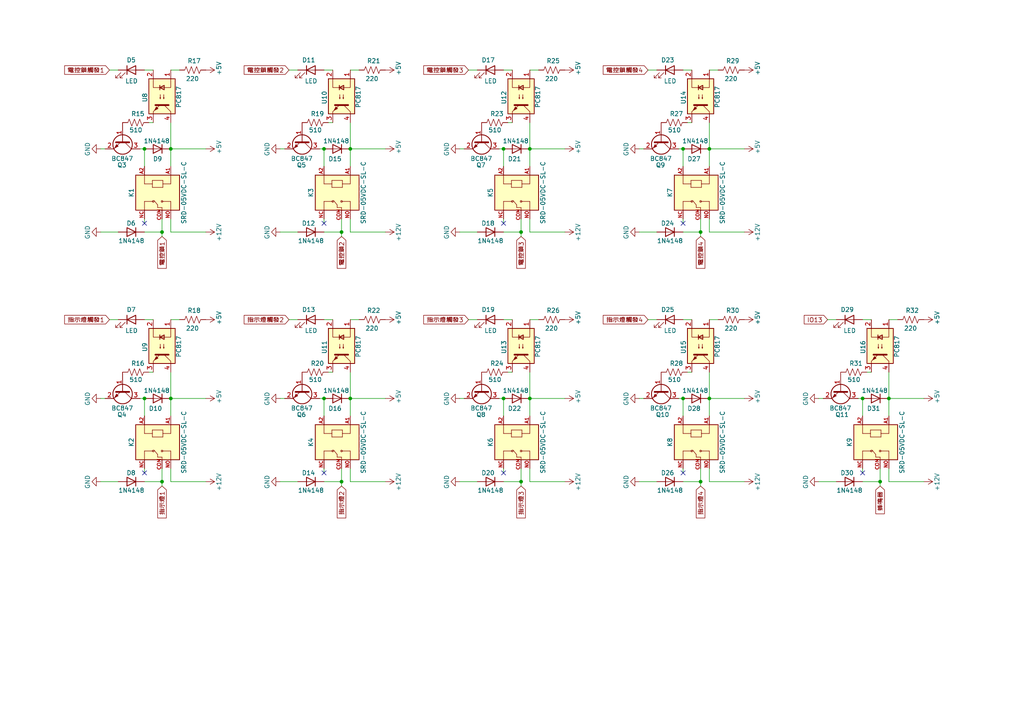
<source format=kicad_sch>
(kicad_sch (version 20211123) (generator eeschema)
  (paper "A4")
  (lib_symbols
    (symbol "Device:LED" (pin_numbers hide) (pin_names (offset 1.016) hide)
      (property "Reference" "D" (at 0 2.54 0))
      (property "Value" "LED" (at 0 -2.54 0))
      (symbol "LED_0_1"
        (polyline (pts (xy -1.27 -1.27) (xy -1.27 1.27)) (stroke (width 0.254)))
        (polyline (pts (xy -1.27 0) (xy 1.27 0)))
        (polyline (pts (xy 1.27 -1.27) (xy 1.27 1.27) (xy -1.27 0) (xy 1.27 -1.27)) (stroke (width 0.254)))
        (polyline (pts (xy -3.048 -0.762) (xy -4.572 -2.286) (xy -3.81 -2.286) (xy -4.572 -2.286) (xy -4.572 -1.524)))
        (polyline (pts (xy -1.778 -0.762) (xy -3.302 -2.286) (xy -2.54 -2.286) (xy -3.302 -2.286) (xy -3.302 -1.524)))
      )
      (symbol "LED_1_1"
        (pin passive line (at -3.81 0 0) (length 2.54) (name "K") (number "1"))
        (pin passive line (at 3.81 0 180) (length 2.54) (name "A") (number "2"))
      )
    )
    (symbol "Device:R_US" (pin_numbers hide) (pin_names (offset 0))
      (property "Reference" "R" (at 2.54 0 90))
      (property "Value" "R_US" (at -2.54 0 90))
      (symbol "R_US_0_1"
        (polyline (pts (xy 0 -2.286) (xy 0 -2.54)))
        (polyline (pts (xy 0 2.286) (xy 0 2.54)))
        (polyline (pts (xy 0 -0.762) (xy 1.016 -1.143) (xy 0 -1.524) (xy -1.016 -1.905) (xy 0 -2.286)))
        (polyline (pts (xy 0 0.762) (xy 1.016 0.381) (xy 0 0) (xy -1.016 -0.381) (xy 0 -0.762)))
        (polyline (pts (xy 0 2.286) (xy 1.016 1.905) (xy 0 1.524) (xy -1.016 1.143) (xy 0 0.762)))
      )
      (symbol "R_US_1_1"
        (pin passive line (at 0 3.81 270) (length 1.27) (name "~") (number "1"))
        (pin passive line (at 0 -3.81 90) (length 1.27) (name "~") (number "2"))
      )
    )
    (symbol "Diode:1N4148" (pin_numbers hide) (pin_names (offset 1.016) hide)
      (property "Reference" "D" (at 0 2.54 0))
      (property "Value" "1N4148" (at 0 -2.54 0))
      (symbol "1N4148_0_1"
        (polyline (pts (xy -1.27 1.27) (xy -1.27 -1.27)) (stroke (width 0.254)))
        (polyline (pts (xy 1.27 0) (xy -1.27 0)))
        (polyline (pts (xy 1.27 1.27) (xy 1.27 -1.27) (xy -1.27 0) (xy 1.27 1.27)) (stroke (width 0.254)))
      )
      (symbol "1N4148_1_1"
        (pin passive line (at -3.81 0 0) (length 2.54) (name "K") (number "1"))
        (pin passive line (at 3.81 0 180) (length 2.54) (name "A") (number "2"))
      )
    )
    (symbol "Isolator:PC817" (pin_names (offset 1.016))
      (property "Reference" "U" (at -5.08 5.08 0))
      (property "Value" "PC817" (at 0 5.08 0))
      (symbol "PC817_0_1"
        (rectangle (start -5.08 3.81) (end 5.08 -3.81) (stroke (width 0.254)) (fill (type background)))
        (polyline (pts (xy -3.175 -0.635) (xy -1.905 -0.635)) (stroke (width 0.254)))
        (polyline (pts (xy 2.54 0.635) (xy 4.445 2.54)))
        (polyline (pts (xy 4.445 -2.54) (xy 2.54 -0.635)) (fill (type outline)))
        (polyline (pts (xy 4.445 -2.54) (xy 5.08 -2.54)))
        (polyline (pts (xy 4.445 2.54) (xy 5.08 2.54)))
        (polyline (pts (xy -5.08 2.54) (xy -2.54 2.54) (xy -2.54 -0.635)))
        (polyline (pts (xy -2.54 -0.635) (xy -2.54 -2.54) (xy -5.08 -2.54)))
        (polyline (pts (xy 2.54 1.905) (xy 2.54 -1.905) (xy 2.54 -1.905)) (stroke (width 0.508)))
        (polyline (pts (xy -2.54 -0.635) (xy -3.175 0.635) (xy -1.905 0.635) (xy -2.54 -0.635)) (stroke (width 0.254)))
        (polyline (pts (xy -0.508 -0.508) (xy 0.762 -0.508) (xy 0.381 -0.635) (xy 0.381 -0.381) (xy 0.762 -0.508)))
        (polyline (pts (xy -0.508 0.508) (xy 0.762 0.508) (xy 0.381 0.381) (xy 0.381 0.635) (xy 0.762 0.508)))
        (polyline (pts (xy 3.048 -1.651) (xy 3.556 -1.143) (xy 4.064 -2.159) (xy 3.048 -1.651) (xy 3.048 -1.651)) (fill (type outline)))
      )
      (symbol "PC817_1_1"
        (pin passive line (at -7.62 2.54 0) (length 2.54) (name "~") (number "1"))
        (pin passive line (at -7.62 -2.54 0) (length 2.54) (name "~") (number "2"))
        (pin passive line (at 7.62 -2.54 180) (length 2.54) (name "~") (number "3"))
        (pin passive line (at 7.62 2.54 180) (length 2.54) (name "~") (number "4"))
      )
    )
    (symbol "SRD-05VDC-SL-C:SRD-05VDC-SL-C" (pin_names (offset 1.016))
      (property "Reference" "K" (at -5.0809 5.843 0))
      (property "Value" "SRD-05VDC-SL-C" (at -5.0832 -10.1664 0))
      (symbol "SRD-05VDC-SL-C_0_0"
        (rectangle (start -5.08 -7.62) (end 5.08 5.08) (stroke (width 0.254)) (fill (type background)))
        (polyline (pts (xy -5.08 2.54) (xy -2.54 2.54)) (stroke (width 0.1524)))
        (polyline (pts (xy -3.556 -2.794) (xy -2.54 -2.794)) (stroke (width 0.1524)))
        (polyline (pts (xy -3.556 0.254) (xy -3.556 -2.794)) (stroke (width 0.1524)))
        (polyline (pts (xy -2.54 -5.08) (xy -5.08 -5.08)) (stroke (width 0.1524)))
        (polyline (pts (xy -2.54 -2.794) (xy -2.54 -5.08)) (stroke (width 0.1524)))
        (polyline (pts (xy -2.54 -2.794) (xy -1.524 -2.794)) (stroke (width 0.1524)))
        (polyline (pts (xy -2.54 0.254) (xy -3.556 0.254)) (stroke (width 0.1524)))
        (polyline (pts (xy -2.54 2.54) (xy -2.54 0.254)) (stroke (width 0.1524)))
        (polyline (pts (xy -1.524 -2.794) (xy -1.524 0.254)) (stroke (width 0.1524)))
        (polyline (pts (xy -1.524 0.254) (xy -2.54 0.254)) (stroke (width 0.1524)))
        (polyline (pts (xy 2.54 -5.08) (xy 5.08 -5.08)) (stroke (width 0.1524)))
        (polyline (pts (xy 2.54 -2.54) (xy 2.54 -5.08)) (stroke (width 0.1524)))
        (polyline (pts (xy 2.54 2.54) (xy 2.54 0)) (stroke (width 0.1524)))
        (polyline (pts (xy 3.556 -1.27) (xy 2.286 -2.286)) (stroke (width 0.1524)))
        (polyline (pts (xy 3.556 -1.27) (xy 4.318 -1.27)) (stroke (width 0.1524)))
        (polyline (pts (xy 4.318 -1.27) (xy 4.318 0)) (stroke (width 0.1524)))
        (polyline (pts (xy 4.318 0) (xy 5.08 0)) (stroke (width 0.1524)))
        (polyline (pts (xy 5.08 2.54) (xy 2.54 2.54)) (stroke (width 0.1524)))
        (circle (center 2.54 -2.54) (radius 0.254) (stroke (width 0.1524)))
        (circle (center 2.54 0) (radius 0.254) (stroke (width 0.1524)))
        (pin passive line (at -7.62 2.54 0) (length 2.54) (name "~") (number "A1"))
        (pin passive line (at -7.62 -5.08 0) (length 2.54) (name "~") (number "A2"))
        (pin passive line (at 7.62 0 180) (length 2.54) (name "~") (number "COM"))
        (pin passive line (at 7.62 -5.08 180) (length 2.54) (name "~") (number "NC"))
        (pin passive line (at 7.62 2.54 180) (length 2.54) (name "~") (number "NO"))
      )
    )
    (symbol "Transistor_BJT:BC847" (pin_names (offset 0) hide)
      (property "Reference" "Q" (at 5.08 1.905 0))
      (property "Value" "BC847" (at 5.08 0 0))
      (symbol "BC847_0_1"
        (polyline (pts (xy 0.635 0.635) (xy 2.54 2.54)))
        (polyline (pts (xy 0.635 -0.635) (xy 2.54 -2.54) (xy 2.54 -2.54)))
        (polyline (pts (xy 0.635 1.905) (xy 0.635 -1.905) (xy 0.635 -1.905)) (stroke (width 0.508)))
        (polyline (pts (xy 1.27 -1.778) (xy 1.778 -1.27) (xy 2.286 -2.286) (xy 1.27 -1.778) (xy 1.27 -1.778)) (fill (type outline)))
        (circle (center 1.27 0) (radius 2.8194) (stroke (width 0.254)))
      )
      (symbol "BC847_1_1"
        (pin input line (at -5.08 0 0) (length 5.715) (name "B") (number "1"))
        (pin passive line (at 2.54 -5.08 90) (length 2.54) (name "E") (number "2"))
        (pin passive line (at 2.54 5.08 270) (length 2.54) (name "C") (number "3"))
      )
    )
    (symbol "power:+12V" (power) (pin_names (offset 0))
      (property "Value" "+12V" (at 0 3.556 0))
      (symbol "+12V_0_1"
        (polyline (pts (xy -0.762 1.27) (xy 0 2.54)))
        (polyline (pts (xy 0 0) (xy 0 2.54)))
        (polyline (pts (xy 0 2.54) (xy 0.762 1.27)))
      )
      (symbol "+12V_1_1"
        (pin power_in line (at 0 0 90) (length 0) hide (name "+12V") (number "1"))
      )
    )
    (symbol "power:+5V" (power) (pin_names (offset 0))
      (property "Value" "+5V" (at 0 3.556 0))
      (symbol "+5V_0_1"
        (polyline (pts (xy -0.762 1.27) (xy 0 2.54)))
        (polyline (pts (xy 0 0) (xy 0 2.54)))
        (polyline (pts (xy 0 2.54) (xy 0.762 1.27)))
      )
      (symbol "+5V_1_1"
        (pin power_in line (at 0 0 90) (length 0) hide (name "+5V") (number "1"))
      )
    )
    (symbol "power:GND" (power) (pin_names (offset 0))
      (property "Value" "GND" (at 0 -3.81 0))
      (symbol "GND_0_1"
        (polyline (pts (xy 0 0) (xy 0 -1.27) (xy 1.27 -1.27) (xy 0 -2.54) (xy -1.27 -1.27) (xy 0 -1.27)))
      )
      (symbol "GND_1_1"
        (pin power_in line (at 0 0 270) (length 0) hide (name "GND") (number "1"))
      )
    )
  )
  (junction (at 146.05 43.18))
  (junction (at 205.74 115.57))
  (junction (at 49.53 115.57))
  (junction (at 41.91 43.18))
  (junction (at 255.27 139.7))
  (junction (at 146.05 115.57))
  (junction (at 93.98 43.18))
  (junction (at 153.67 115.57))
  (junction (at 46.99 67.31))
  (junction (at 99.06 139.7))
  (junction (at 101.6 43.18))
  (junction (at 99.06 67.31))
  (junction (at 101.6 115.57))
  (junction (at 46.99 139.7))
  (junction (at 198.12 115.57))
  (junction (at 203.2 139.7))
  (junction (at 203.2 67.31))
  (junction (at 205.74 43.18))
  (junction (at 250.19 115.57))
  (junction (at 151.13 67.31))
  (junction (at 153.67 43.18))
  (junction (at 198.12 43.18))
  (junction (at 49.53 43.18))
  (junction (at 257.81 115.57))
  (junction (at 41.91 115.57))
  (junction (at 151.13 139.7))
  (junction (at 93.98 115.57))
  (no_connect (at 146.05 137.16))
  (no_connect (at 93.98 137.16))
  (no_connect (at 41.91 137.16))
  (no_connect (at 41.91 64.77))
  (no_connect (at 198.12 137.16))
  (no_connect (at 146.05 64.77))
  (no_connect (at 198.12 64.77))
  (no_connect (at 250.19 137.16))
  (no_connect (at 93.98 64.77))
  (wire (pts (xy 146.05 92.71) (xy 148.59 92.71)))
  (wire (pts (xy 34.29 92.71) (xy 31.75 92.71)))
  (wire (pts (xy 93.98 64.77) (xy 93.98 63.5)))
  (wire (pts (xy 81.28 43.18) (xy 82.55 43.18)))
  (wire (pts (xy 101.6 135.89) (xy 101.6 139.7)))
  (wire (pts (xy 41.91 137.16) (xy 41.91 135.89)))
  (wire (pts (xy 198.12 20.32) (xy 200.66 20.32)))
  (wire (pts (xy 46.99 139.7) (xy 46.99 140.97)))
  (wire (pts (xy 198.12 137.16) (xy 198.12 135.89)))
  (wire (pts (xy 104.14 92.71) (xy 101.6 92.71)))
  (wire (pts (xy 46.99 63.5) (xy 46.99 67.31)))
  (wire (pts (xy 99.06 139.7) (xy 99.06 140.97)))
  (wire (pts (xy 198.12 43.18) (xy 198.12 48.26)))
  (wire (pts (xy 29.21 115.57) (xy 30.48 115.57)))
  (wire (pts (xy 59.69 43.18) (xy 49.53 43.18)))
  (wire (pts (xy 153.67 107.95) (xy 153.67 115.57)))
  (wire (pts (xy 111.76 43.18) (xy 101.6 43.18)))
  (wire (pts (xy 138.43 20.32) (xy 135.89 20.32)))
  (wire (pts (xy 41.91 115.57) (xy 41.91 120.65)))
  (wire (pts (xy 163.83 43.18) (xy 153.67 43.18)))
  (wire (pts (xy 151.13 67.31) (xy 146.05 67.31)))
  (wire (pts (xy 250.19 92.71) (xy 252.73 92.71)))
  (wire (pts (xy 215.9 139.7) (xy 205.74 139.7)))
  (wire (pts (xy 252.73 107.95) (xy 251.46 107.95)))
  (wire (pts (xy 203.2 67.31) (xy 198.12 67.31)))
  (wire (pts (xy 44.45 35.56) (xy 43.18 35.56)))
  (wire (pts (xy 49.53 43.18) (xy 49.53 48.26)))
  (wire (pts (xy 257.81 115.57) (xy 257.81 120.65)))
  (wire (pts (xy 86.36 92.71) (xy 83.82 92.71)))
  (wire (pts (xy 93.98 20.32) (xy 96.52 20.32)))
  (wire (pts (xy 101.6 107.95) (xy 101.6 115.57)))
  (wire (pts (xy 198.12 43.18) (xy 196.85 43.18)))
  (wire (pts (xy 205.74 107.95) (xy 205.74 115.57)))
  (wire (pts (xy 200.66 35.56) (xy 199.39 35.56)))
  (wire (pts (xy 86.36 67.31) (xy 81.28 67.31)))
  (wire (pts (xy 146.05 137.16) (xy 146.05 135.89)))
  (wire (pts (xy 93.98 92.71) (xy 96.52 92.71)))
  (wire (pts (xy 59.69 139.7) (xy 49.53 139.7)))
  (wire (pts (xy 205.74 115.57) (xy 205.74 120.65)))
  (wire (pts (xy 41.91 92.71) (xy 44.45 92.71)))
  (wire (pts (xy 52.07 20.32) (xy 49.53 20.32)))
  (wire (pts (xy 255.27 139.7) (xy 255.27 140.97)))
  (wire (pts (xy 242.57 139.7) (xy 237.49 139.7)))
  (wire (pts (xy 49.53 63.5) (xy 49.53 67.31)))
  (wire (pts (xy 138.43 67.31) (xy 133.35 67.31)))
  (wire (pts (xy 96.52 35.56) (xy 95.25 35.56)))
  (wire (pts (xy 146.05 115.57) (xy 144.78 115.57)))
  (wire (pts (xy 41.91 43.18) (xy 40.64 43.18)))
  (wire (pts (xy 101.6 63.5) (xy 101.6 67.31)))
  (wire (pts (xy 101.6 43.18) (xy 101.6 48.26)))
  (wire (pts (xy 215.9 67.31) (xy 205.74 67.31)))
  (wire (pts (xy 198.12 92.71) (xy 200.66 92.71)))
  (wire (pts (xy 257.81 107.95) (xy 257.81 115.57)))
  (wire (pts (xy 99.06 135.89) (xy 99.06 139.7)))
  (wire (pts (xy 93.98 43.18) (xy 92.71 43.18)))
  (wire (pts (xy 156.21 92.71) (xy 153.67 92.71)))
  (wire (pts (xy 34.29 67.31) (xy 29.21 67.31)))
  (wire (pts (xy 138.43 139.7) (xy 133.35 139.7)))
  (wire (pts (xy 190.5 139.7) (xy 185.42 139.7)))
  (wire (pts (xy 146.05 43.18) (xy 146.05 48.26)))
  (wire (pts (xy 215.9 115.57) (xy 205.74 115.57)))
  (wire (pts (xy 190.5 20.32) (xy 187.96 20.32)))
  (wire (pts (xy 86.36 20.32) (xy 83.82 20.32)))
  (wire (pts (xy 49.53 35.56) (xy 49.53 43.18)))
  (wire (pts (xy 267.97 139.7) (xy 257.81 139.7)))
  (wire (pts (xy 151.13 67.31) (xy 151.13 68.58)))
  (wire (pts (xy 34.29 20.32) (xy 31.75 20.32)))
  (wire (pts (xy 46.99 139.7) (xy 41.91 139.7)))
  (wire (pts (xy 257.81 135.89) (xy 257.81 139.7)))
  (wire (pts (xy 163.83 115.57) (xy 153.67 115.57)))
  (wire (pts (xy 46.99 135.89) (xy 46.99 139.7)))
  (wire (pts (xy 138.43 92.71) (xy 135.89 92.71)))
  (wire (pts (xy 96.52 107.95) (xy 95.25 107.95)))
  (wire (pts (xy 250.19 115.57) (xy 248.92 115.57)))
  (wire (pts (xy 198.12 115.57) (xy 196.85 115.57)))
  (wire (pts (xy 205.74 35.56) (xy 205.74 43.18)))
  (wire (pts (xy 203.2 67.31) (xy 203.2 68.58)))
  (wire (pts (xy 203.2 139.7) (xy 198.12 139.7)))
  (wire (pts (xy 99.06 67.31) (xy 99.06 68.58)))
  (wire (pts (xy 190.5 67.31) (xy 185.42 67.31)))
  (wire (pts (xy 242.57 92.71) (xy 240.03 92.71)))
  (wire (pts (xy 41.91 115.57) (xy 40.64 115.57)))
  (wire (pts (xy 153.67 63.5) (xy 153.67 67.31)))
  (wire (pts (xy 101.6 115.57) (xy 101.6 120.65)))
  (wire (pts (xy 260.35 92.71) (xy 257.81 92.71)))
  (wire (pts (xy 49.53 107.95) (xy 49.53 115.57)))
  (wire (pts (xy 203.2 63.5) (xy 203.2 67.31)))
  (wire (pts (xy 163.83 67.31) (xy 153.67 67.31)))
  (wire (pts (xy 93.98 115.57) (xy 93.98 120.65)))
  (wire (pts (xy 111.76 139.7) (xy 101.6 139.7)))
  (wire (pts (xy 93.98 43.18) (xy 93.98 48.26)))
  (wire (pts (xy 156.21 20.32) (xy 153.67 20.32)))
  (wire (pts (xy 81.28 115.57) (xy 82.55 115.57)))
  (wire (pts (xy 151.13 139.7) (xy 151.13 140.97)))
  (wire (pts (xy 208.28 92.71) (xy 205.74 92.71)))
  (wire (pts (xy 267.97 115.57) (xy 257.81 115.57)))
  (wire (pts (xy 215.9 43.18) (xy 205.74 43.18)))
  (wire (pts (xy 52.07 92.71) (xy 49.53 92.71)))
  (wire (pts (xy 46.99 67.31) (xy 46.99 68.58)))
  (wire (pts (xy 203.2 135.89) (xy 203.2 139.7)))
  (wire (pts (xy 237.49 115.57) (xy 238.76 115.57)))
  (wire (pts (xy 200.66 107.95) (xy 199.39 107.95)))
  (wire (pts (xy 250.19 115.57) (xy 250.19 120.65)))
  (wire (pts (xy 190.5 92.71) (xy 187.96 92.71)))
  (wire (pts (xy 250.19 137.16) (xy 250.19 135.89)))
  (wire (pts (xy 41.91 64.77) (xy 41.91 63.5)))
  (wire (pts (xy 86.36 139.7) (xy 81.28 139.7)))
  (wire (pts (xy 203.2 139.7) (xy 203.2 140.97)))
  (wire (pts (xy 44.45 107.95) (xy 43.18 107.95)))
  (wire (pts (xy 99.06 63.5) (xy 99.06 67.31)))
  (wire (pts (xy 59.69 115.57) (xy 49.53 115.57)))
  (wire (pts (xy 255.27 135.89) (xy 255.27 139.7)))
  (wire (pts (xy 148.59 107.95) (xy 147.32 107.95)))
  (wire (pts (xy 101.6 35.56) (xy 101.6 43.18)))
  (wire (pts (xy 49.53 115.57) (xy 49.53 120.65)))
  (wire (pts (xy 146.05 64.77) (xy 146.05 63.5)))
  (wire (pts (xy 153.67 35.56) (xy 153.67 43.18)))
  (wire (pts (xy 146.05 115.57) (xy 146.05 120.65)))
  (wire (pts (xy 59.69 67.31) (xy 49.53 67.31)))
  (wire (pts (xy 198.12 115.57) (xy 198.12 120.65)))
  (wire (pts (xy 41.91 43.18) (xy 41.91 48.26)))
  (wire (pts (xy 99.06 67.31) (xy 93.98 67.31)))
  (wire (pts (xy 198.12 64.77) (xy 198.12 63.5)))
  (wire (pts (xy 133.35 115.57) (xy 134.62 115.57)))
  (wire (pts (xy 205.74 43.18) (xy 205.74 48.26)))
  (wire (pts (xy 148.59 35.56) (xy 147.32 35.56)))
  (wire (pts (xy 29.21 43.18) (xy 30.48 43.18)))
  (wire (pts (xy 163.83 139.7) (xy 153.67 139.7)))
  (wire (pts (xy 41.91 20.32) (xy 44.45 20.32)))
  (wire (pts (xy 146.05 20.32) (xy 148.59 20.32)))
  (wire (pts (xy 111.76 115.57) (xy 101.6 115.57)))
  (wire (pts (xy 146.05 43.18) (xy 144.78 43.18)))
  (wire (pts (xy 151.13 63.5) (xy 151.13 67.31)))
  (wire (pts (xy 93.98 115.57) (xy 92.71 115.57)))
  (wire (pts (xy 153.67 43.18) (xy 153.67 48.26)))
  (wire (pts (xy 205.74 135.89) (xy 205.74 139.7)))
  (wire (pts (xy 151.13 135.89) (xy 151.13 139.7)))
  (wire (pts (xy 93.98 137.16) (xy 93.98 135.89)))
  (wire (pts (xy 153.67 115.57) (xy 153.67 120.65)))
  (wire (pts (xy 185.42 43.18) (xy 186.69 43.18)))
  (wire (pts (xy 104.14 20.32) (xy 101.6 20.32)))
  (wire (pts (xy 34.29 139.7) (xy 29.21 139.7)))
  (wire (pts (xy 153.67 135.89) (xy 153.67 139.7)))
  (wire (pts (xy 133.35 43.18) (xy 134.62 43.18)))
  (wire (pts (xy 255.27 139.7) (xy 250.19 139.7)))
  (wire (pts (xy 205.74 63.5) (xy 205.74 67.31)))
  (wire (pts (xy 49.53 135.89) (xy 49.53 139.7)))
  (wire (pts (xy 185.42 115.57) (xy 186.69 115.57)))
  (wire (pts (xy 46.99 67.31) (xy 41.91 67.31)))
  (wire (pts (xy 99.06 139.7) (xy 93.98 139.7)))
  (wire (pts (xy 151.13 139.7) (xy 146.05 139.7)))
  (wire (pts (xy 208.28 20.32) (xy 205.74 20.32)))
  (wire (pts (xy 111.76 67.31) (xy 101.6 67.31)))
  (global_label "指示燈1" (shape input) (at 46.99 140.97 270) (property "Intersheet References" "${INTERSHEET_REFS}" (effects hide)))
  (global_label "電控鎖觸發2" (shape input) (at 83.82 20.32 180) (property "Intersheet References" "${INTERSHEET_REFS}" (effects hide)))
  (global_label "指示燈3" (shape input) (at 151.13 140.97 270) (property "Intersheet References" "${INTERSHEET_REFS}" (effects hide)))
  (global_label "IO13" (shape input) (at 240.03 92.71 180) (property "Intersheet References" "${INTERSHEET_REFS}" (effects hide)))
  (global_label "電控鎖觸發4" (shape input) (at 187.96 20.32 180) (property "Intersheet References" "${INTERSHEET_REFS}" (effects hide)))
  (global_label "電控鎖4" (shape input) (at 203.2 68.58 270) (property "Intersheet References" "${INTERSHEET_REFS}" (effects hide)))
  (global_label "指示燈觸發3" (shape input) (at 135.89 92.71 180) (property "Intersheet References" "${INTERSHEET_REFS}" (effects hide)))
  (global_label "指示燈觸發4" (shape input) (at 187.96 92.71 180) (property "Intersheet References" "${INTERSHEET_REFS}" (effects hide)))
  (global_label "電控鎖2" (shape input) (at 99.06 68.58 270) (property "Intersheet References" "${INTERSHEET_REFS}" (effects hide)))
  (global_label "指示燈觸發2" (shape input) (at 83.82 92.71 180) (property "Intersheet References" "${INTERSHEET_REFS}" (effects hide)))
  (global_label "電控鎖1" (shape input) (at 46.99 68.58 270) (property "Intersheet References" "${INTERSHEET_REFS}" (effects hide)))
  (global_label "蜂鳴器" (shape input) (at 255.27 140.97 270) (property "Intersheet References" "${INTERSHEET_REFS}" (effects hide)))
  (global_label "電控鎖觸發1" (shape input) (at 31.75 20.32 180) (property "Intersheet References" "${INTERSHEET_REFS}" (effects hide)))
  (global_label "指示燈觸發1" (shape input) (at 31.75 92.71 180) (property "Intersheet References" "${INTERSHEET_REFS}" (effects hide)))
  (global_label "指示燈4" (shape input) (at 203.2 140.97 270) (property "Intersheet References" "${INTERSHEET_REFS}" (effects hide)))
  (global_label "電控鎖觸發3" (shape input) (at 135.89 20.32 180) (property "Intersheet References" "${INTERSHEET_REFS}" (effects hide)))
  (global_label "指示燈2" (shape input) (at 99.06 140.97 270) (property "Intersheet References" "${INTERSHEET_REFS}" (effects hide)))
  (global_label "電控鎖3" (shape input) (at 151.13 68.58 270) (property "Intersheet References" "${INTERSHEET_REFS}" (effects hide)))
  (symbol (lib_id "power:GND") (at 237.49 139.7 270) (unit 1)
    (property "Reference" "#PWR096" (effects hide))
    (property "Value" "GND" (at 233.6815 137.7354 0) (effects (justify left)))
  )
  (symbol (lib_id "Diode:1N4148") (at 90.17 67.31 180) (unit 1)
    (property "Reference" "D12" (at 91.44 64.77 0) (effects (justify left)))
    (property "Value" "1N4148" (at 93.98 69.85 0) (effects (justify left)))
    (property "Footprint" "Diode_THT:D_DO-35_SOD27_P7.62mm_Horizontal" (effects hide))
    (property "Datasheet" "https://assets.nexperia.com/documents/data-sheet/1N4148_1N4448.pdf" (effects hide))
  )
  (symbol (lib_id "SRD-05VDC-SL-C:SRD-05VDC-SL-C") (at 255.27 128.27 270) (unit 1)
    (property "Reference" "K9" (at 246.38 128.27 0))
    (property "Value" "SRD-05VDC-SL-C" (at 261.62 128.27 0))
    (property "Footprint" "Library:RELAY_SRD-05VDC-SL-C" (effects hide))
    (property "MANUFACTURER" "SONGLE RELAY" (effects hide))
    (property "STANDARD" "IPC-7251" (effects hide))
  )
  (symbol (lib_id "power:+12V") (at 59.69 67.31 270) (unit 1)
    (property "Reference" "#PWR061" (effects hide))
    (property "Value" "+12V" (at 63.5 64.77 0) (effects (justify left)))
  )
  (symbol (lib_id "Diode:1N4148") (at 142.24 67.31 180) (unit 1)
    (property "Reference" "D18" (at 143.51 64.77 0) (effects (justify left)))
    (property "Value" "1N4148" (at 146.05 69.85 0) (effects (justify left)))
    (property "Footprint" "Diode_THT:D_DO-35_SOD27_P7.62mm_Horizontal" (effects hide))
    (property "Datasheet" "https://assets.nexperia.com/documents/data-sheet/1N4148_1N4448.pdf" (effects hide))
  )
  (symbol (lib_id "Device:R_US") (at 107.95 20.32 90) (unit 1)
    (property "Reference" "R21" (at 106.435 17.6638 90) (effects (justify right)))
    (property "Value" "220" (at 105.9491 22.846 90) (effects (justify right)))
    (property "Footprint" "Resistor_SMD:R_0805_2012Metric_Pad1.20x1.40mm_HandSolder" (effects hide))
  )
  (symbol (lib_id "Device:R_US") (at 107.95 92.71 90) (unit 1)
    (property "Reference" "R22" (at 106.435 90.0538 90) (effects (justify right)))
    (property "Value" "220" (at 105.9491 95.236 90) (effects (justify right)))
    (property "Footprint" "Resistor_SMD:R_0805_2012Metric_Pad1.20x1.40mm_HandSolder" (effects hide))
  )
  (symbol (lib_id "Diode:1N4148") (at 254 115.57 180) (unit 1)
    (property "Reference" "D31" (at 255.3358 118.4782 0) (effects (justify left)))
    (property "Value" "1N4148" (at 257.5286 113.2806 0) (effects (justify left)))
    (property "Footprint" "Diode_THT:D_DO-35_SOD27_P7.62mm_Horizontal" (effects hide))
    (property "Datasheet" "https://assets.nexperia.com/documents/data-sheet/1N4148_1N4448.pdf" (effects hide))
  )
  (symbol (lib_id "Device:LED") (at 194.31 20.32 0) (unit 1)
    (property "Reference" "D23" (at 195.6319 17.4202 0) (effects (justify right)))
    (property "Value" "LED" (at 196.2004 23.5111 0) (effects (justify right)))
    (property "Footprint" "LED_SMD:LED_0805_2012Metric_Pad1.15x1.40mm_HandSolder" (effects hide))
  )
  (symbol (lib_id "Device:R_US") (at 55.88 20.32 90) (unit 1)
    (property "Reference" "R17" (at 54.365 17.6638 90) (effects (justify right)))
    (property "Value" "220" (at 53.8791 22.846 90) (effects (justify right)))
    (property "Footprint" "Resistor_SMD:R_0805_2012Metric_Pad1.20x1.40mm_HandSolder" (effects hide))
  )
  (symbol (lib_id "power:+12V") (at 163.83 67.31 270) (unit 1)
    (property "Reference" "#PWR081" (effects hide))
    (property "Value" "+12V" (at 167.64 64.77 0) (effects (justify left)))
  )
  (symbol (lib_id "power:GND") (at 81.28 115.57 270) (unit 1)
    (property "Reference" "#PWR067" (effects hide))
    (property "Value" "GND" (at 77.4715 113.6054 0) (effects (justify left)))
  )
  (symbol (lib_id "Diode:1N4148") (at 194.31 139.7 180) (unit 1)
    (property "Reference" "D26" (at 195.58 137.16 0) (effects (justify left)))
    (property "Value" "1N4148" (at 198.12 142.24 0) (effects (justify left)))
    (property "Footprint" "Diode_THT:D_DO-35_SOD27_P7.62mm_Horizontal" (effects hide))
    (property "Datasheet" "https://assets.nexperia.com/documents/data-sheet/1N4148_1N4448.pdf" (effects hide))
  )
  (symbol (lib_id "Isolator:PC817") (at 46.99 27.94 270) (unit 1)
    (property "Reference" "U8" (at 42.0207 28.3026 0))
    (property "Value" "PC817" (at 51.8474 28.1402 0))
    (property "Footprint" "Package_DIP:DIP-4_W7.62mm" (effects hide))
    (property "Datasheet" "http://www.soselectronic.cz/a_info/resource/d/pc817.pdf" (effects hide))
  )
  (symbol (lib_id "power:+5V") (at 163.83 20.32 270) (unit 1)
    (property "Reference" "#PWR0108" (effects hide))
    (property "Value" "+5V" (at 167.64 17.78 0) (effects (justify left)))
  )
  (symbol (lib_id "power:GND") (at 29.21 43.18 270) (unit 1)
    (property "Reference" "#PWR055" (effects hide))
    (property "Value" "GND" (at 25.4015 41.2154 0) (effects (justify left)))
  )
  (symbol (lib_id "power:GND") (at 133.35 115.57 270) (unit 1)
    (property "Reference" "#PWR077" (effects hide))
    (property "Value" "GND" (at 129.5415 113.6054 0) (effects (justify left)))
  )
  (symbol (lib_id "Isolator:PC817") (at 203.2 27.94 270) (unit 1)
    (property "Reference" "U14" (at 198.2307 28.3026 0))
    (property "Value" "PC817" (at 208.0574 28.1402 0))
    (property "Footprint" "Package_DIP:DIP-4_W7.62mm" (effects hide))
    (property "Datasheet" "http://www.soselectronic.cz/a_info/resource/d/pc817.pdf" (effects hide))
  )
  (symbol (lib_id "power:+5V") (at 215.9 92.71 270) (unit 1)
    (property "Reference" "#PWR0110" (effects hide))
    (property "Value" "+5V" (at 219.71 90.17 0) (effects (justify left)))
  )
  (symbol (lib_id "Diode:1N4148") (at 97.79 43.18 180) (unit 1)
    (property "Reference" "D15" (at 99.1258 46.0882 0) (effects (justify left)))
    (property "Value" "1N4148" (at 101.3186 40.8906 0) (effects (justify left)))
    (property "Footprint" "Diode_THT:D_DO-35_SOD27_P7.62mm_Horizontal" (effects hide))
    (property "Datasheet" "https://assets.nexperia.com/documents/data-sheet/1N4148_1N4448.pdf" (effects hide))
  )
  (symbol (lib_id "Diode:1N4148") (at 142.24 139.7 180) (unit 1)
    (property "Reference" "D20" (at 143.51 137.16 0) (effects (justify left)))
    (property "Value" "1N4148" (at 146.05 142.24 0) (effects (justify left)))
    (property "Footprint" "Diode_THT:D_DO-35_SOD27_P7.62mm_Horizontal" (effects hide))
    (property "Datasheet" "https://assets.nexperia.com/documents/data-sheet/1N4148_1N4448.pdf" (effects hide))
  )
  (symbol (lib_id "power:+5V") (at 215.9 115.57 270) (unit 1)
    (property "Reference" "#PWR093" (effects hide))
    (property "Value" "+5V" (at 219.71 113.03 0) (effects (justify left)))
  )
  (symbol (lib_id "power:GND") (at 185.42 115.57 270) (unit 1)
    (property "Reference" "#PWR087" (effects hide))
    (property "Value" "GND" (at 181.6115 113.6054 0) (effects (justify left)))
  )
  (symbol (lib_id "power:GND") (at 81.28 43.18 270) (unit 1)
    (property "Reference" "#PWR065" (effects hide))
    (property "Value" "GND" (at 77.4715 41.2154 0) (effects (justify left)))
  )
  (symbol (lib_id "power:GND") (at 81.28 139.7 270) (unit 1)
    (property "Reference" "#PWR068" (effects hide))
    (property "Value" "GND" (at 77.4715 137.7354 0) (effects (justify left)))
  )
  (symbol (lib_id "power:GND") (at 133.35 67.31 270) (unit 1)
    (property "Reference" "#PWR076" (effects hide))
    (property "Value" "GND" (at 129.5415 65.3454 0) (effects (justify left)))
  )
  (symbol (lib_id "power:+5V") (at 267.97 92.71 270) (unit 1)
    (property "Reference" "#PWR0109" (effects hide))
    (property "Value" "+5V" (at 271.78 90.17 0) (effects (justify left)))
  )
  (symbol (lib_id "Isolator:PC817") (at 255.27 100.33 270) (unit 1)
    (property "Reference" "U16" (at 250.3007 100.6926 0))
    (property "Value" "PC817" (at 260.1274 100.5302 0))
    (property "Footprint" "Package_DIP:DIP-4_W7.62mm" (effects hide))
    (property "Datasheet" "http://www.soselectronic.cz/a_info/resource/d/pc817.pdf" (effects hide))
  )
  (symbol (lib_id "power:+5V") (at 59.69 43.18 270) (unit 1)
    (property "Reference" "#PWR060" (effects hide))
    (property "Value" "+5V" (at 63.5 40.64 0) (effects (justify left)))
  )
  (symbol (lib_id "power:+5V") (at 215.9 20.32 270) (unit 1)
    (property "Reference" "#PWR0104" (effects hide))
    (property "Value" "+5V" (at 219.71 17.78 0) (effects (justify left)))
  )
  (symbol (lib_id "power:+5V") (at 59.69 115.57 270) (unit 1)
    (property "Reference" "#PWR063" (effects hide))
    (property "Value" "+5V" (at 63.5 113.03 0) (effects (justify left)))
  )
  (symbol (lib_id "Device:LED") (at 38.1 92.71 0) (unit 1)
    (property "Reference" "D7" (at 39.4219 89.8102 0) (effects (justify right)))
    (property "Value" "LED" (at 39.9904 95.9011 0) (effects (justify right)))
    (property "Footprint" "LED_SMD:LED_0805_2012Metric_Pad1.15x1.40mm_HandSolder" (effects hide))
  )
  (symbol (lib_id "Transistor_BJT:BC847") (at 35.56 113.03 270) (unit 1)
    (property "Reference" "Q4" (at 33.9806 120.2648 90) (effects (justify left)))
    (property "Value" "BC847" (at 32.2752 118.397 90) (effects (justify left)))
    (property "Footprint" "Package_TO_SOT_SMD:SOT-23" (effects hide))
    (property "Datasheet" "http://www.infineon.com/dgdl/Infineon-BC847SERIES_BC848SERIES_BC849SERIES_BC850SERIES-DS-v01_01-en.pdf?fileId=db3a304314dca389011541d4630a1657" (effects hide))
  )
  (symbol (lib_id "Diode:1N4148") (at 149.86 115.57 180) (unit 1)
    (property "Reference" "D22" (at 151.1958 118.4782 0) (effects (justify left)))
    (property "Value" "1N4148" (at 153.3886 113.2806 0) (effects (justify left)))
    (property "Footprint" "Diode_THT:D_DO-35_SOD27_P7.62mm_Horizontal" (effects hide))
    (property "Datasheet" "https://assets.nexperia.com/documents/data-sheet/1N4148_1N4448.pdf" (effects hide))
  )
  (symbol (lib_id "Device:R_US") (at 160.02 20.32 90) (unit 1)
    (property "Reference" "R25" (at 158.505 17.6638 90) (effects (justify right)))
    (property "Value" "220" (at 158.0191 22.846 90) (effects (justify right)))
    (property "Footprint" "Resistor_SMD:R_0805_2012Metric_Pad1.20x1.40mm_HandSolder" (effects hide))
  )
  (symbol (lib_id "power:GND") (at 29.21 139.7 270) (unit 1)
    (property "Reference" "#PWR058" (effects hide))
    (property "Value" "GND" (at 25.4015 137.7354 0) (effects (justify left)))
  )
  (symbol (lib_id "SRD-05VDC-SL-C:SRD-05VDC-SL-C") (at 151.13 128.27 270) (unit 1)
    (property "Reference" "K6" (at 142.24 128.27 0))
    (property "Value" "SRD-05VDC-SL-C" (at 157.48 128.27 0))
    (property "Footprint" "Library:RELAY_SRD-05VDC-SL-C" (effects hide))
    (property "MANUFACTURER" "SONGLE RELAY" (effects hide))
    (property "STANDARD" "IPC-7251" (effects hide))
  )
  (symbol (lib_id "Transistor_BJT:BC847") (at 243.84 113.03 270) (unit 1)
    (property "Reference" "Q11" (at 242.2606 120.2648 90) (effects (justify left)))
    (property "Value" "BC847" (at 240.5552 118.397 90) (effects (justify left)))
    (property "Footprint" "Package_TO_SOT_SMD:SOT-23" (effects hide))
    (property "Datasheet" "http://www.infineon.com/dgdl/Infineon-BC847SERIES_BC848SERIES_BC849SERIES_BC850SERIES-DS-v01_01-en.pdf?fileId=db3a304314dca389011541d4630a1657" (effects hide))
  )
  (symbol (lib_id "Diode:1N4148") (at 38.1 139.7 180) (unit 1)
    (property "Reference" "D8" (at 39.37 137.16 0) (effects (justify left)))
    (property "Value" "1N4148" (at 41.91 142.24 0) (effects (justify left)))
    (property "Footprint" "Diode_THT:D_DO-35_SOD27_P7.62mm_Horizontal" (effects hide))
    (property "Datasheet" "https://assets.nexperia.com/documents/data-sheet/1N4148_1N4448.pdf" (effects hide))
  )
  (symbol (lib_id "Device:R_US") (at 160.02 92.71 90) (unit 1)
    (property "Reference" "R26" (at 158.505 90.0538 90) (effects (justify right)))
    (property "Value" "220" (at 158.0191 95.236 90) (effects (justify right)))
    (property "Footprint" "Resistor_SMD:R_0805_2012Metric_Pad1.20x1.40mm_HandSolder" (effects hide))
  )
  (symbol (lib_id "Device:LED") (at 90.17 92.71 0) (unit 1)
    (property "Reference" "D13" (at 91.4919 89.8102 0) (effects (justify right)))
    (property "Value" "LED" (at 92.0604 95.9011 0) (effects (justify right)))
    (property "Footprint" "LED_SMD:LED_0805_2012Metric_Pad1.15x1.40mm_HandSolder" (effects hide))
  )
  (symbol (lib_id "Device:LED") (at 142.24 20.32 0) (unit 1)
    (property "Reference" "D17" (at 143.5619 17.4202 0) (effects (justify right)))
    (property "Value" "LED" (at 144.1304 23.5111 0) (effects (justify right)))
    (property "Footprint" "LED_SMD:LED_0805_2012Metric_Pad1.15x1.40mm_HandSolder" (effects hide))
  )
  (symbol (lib_id "power:+5V") (at 163.83 43.18 270) (unit 1)
    (property "Reference" "#PWR080" (effects hide))
    (property "Value" "+5V" (at 167.64 40.64 0) (effects (justify left)))
  )
  (symbol (lib_id "Device:R_US") (at 143.51 107.95 270) (unit 1)
    (property "Reference" "R24" (at 142.1813 105.403 90) (effects (justify left)))
    (property "Value" "510" (at 141.6128 110.1133 90) (effects (justify left)))
    (property "Footprint" "Resistor_SMD:R_0805_2012Metric_Pad1.20x1.40mm_HandSolder" (effects hide))
  )
  (symbol (lib_id "power:+5V") (at 163.83 92.71 270) (unit 1)
    (property "Reference" "#PWR0111" (effects hide))
    (property "Value" "+5V" (at 167.64 90.17 0) (effects (justify left)))
  )
  (symbol (lib_id "power:GND") (at 185.42 43.18 270) (unit 1)
    (property "Reference" "#PWR085" (effects hide))
    (property "Value" "GND" (at 181.6115 41.2154 0) (effects (justify left)))
  )
  (symbol (lib_id "Diode:1N4148") (at 45.72 115.57 180) (unit 1)
    (property "Reference" "D10" (at 47.0558 118.4782 0) (effects (justify left)))
    (property "Value" "1N4148" (at 49.2486 113.2806 0) (effects (justify left)))
    (property "Footprint" "Diode_THT:D_DO-35_SOD27_P7.62mm_Horizontal" (effects hide))
    (property "Datasheet" "https://assets.nexperia.com/documents/data-sheet/1N4148_1N4448.pdf" (effects hide))
  )
  (symbol (lib_id "power:+12V") (at 111.76 139.7 270) (unit 1)
    (property "Reference" "#PWR074" (effects hide))
    (property "Value" "+12V" (at 115.57 137.16 0) (effects (justify left)))
  )
  (symbol (lib_id "power:GND") (at 185.42 139.7 270) (unit 1)
    (property "Reference" "#PWR088" (effects hide))
    (property "Value" "GND" (at 181.6115 137.7354 0) (effects (justify left)))
  )
  (symbol (lib_id "power:GND") (at 133.35 139.7 270) (unit 1)
    (property "Reference" "#PWR078" (effects hide))
    (property "Value" "GND" (at 129.5415 137.7354 0) (effects (justify left)))
  )
  (symbol (lib_id "power:GND") (at 81.28 67.31 270) (unit 1)
    (property "Reference" "#PWR066" (effects hide))
    (property "Value" "GND" (at 77.4715 65.3454 0) (effects (justify left)))
  )
  (symbol (lib_id "Diode:1N4148") (at 45.72 43.18 180) (unit 1)
    (property "Reference" "D9" (at 47.0558 46.0882 0) (effects (justify left)))
    (property "Value" "1N4148" (at 49.2486 40.8906 0) (effects (justify left)))
    (property "Footprint" "Diode_THT:D_DO-35_SOD27_P7.62mm_Horizontal" (effects hide))
    (property "Datasheet" "https://assets.nexperia.com/documents/data-sheet/1N4148_1N4448.pdf" (effects hide))
  )
  (symbol (lib_id "power:+5V") (at 215.9 43.18 270) (unit 1)
    (property "Reference" "#PWR090" (effects hide))
    (property "Value" "+5V" (at 219.71 40.64 0) (effects (justify left)))
  )
  (symbol (lib_id "Transistor_BJT:BC847") (at 87.63 113.03 270) (unit 1)
    (property "Reference" "Q6" (at 86.0506 120.2648 90) (effects (justify left)))
    (property "Value" "BC847" (at 84.3452 118.397 90) (effects (justify left)))
    (property "Footprint" "Package_TO_SOT_SMD:SOT-23" (effects hide))
    (property "Datasheet" "http://www.infineon.com/dgdl/Infineon-BC847SERIES_BC848SERIES_BC849SERIES_BC850SERIES-DS-v01_01-en.pdf?fileId=db3a304314dca389011541d4630a1657" (effects hide))
  )
  (symbol (lib_id "Transistor_BJT:BC847") (at 35.56 40.64 270) (unit 1)
    (property "Reference" "Q3" (at 33.9806 47.8748 90) (effects (justify left)))
    (property "Value" "BC847" (at 32.2752 46.007 90) (effects (justify left)))
    (property "Footprint" "Package_TO_SOT_SMD:SOT-23" (effects hide))
    (property "Datasheet" "http://www.infineon.com/dgdl/Infineon-BC847SERIES_BC848SERIES_BC849SERIES_BC850SERIES-DS-v01_01-en.pdf?fileId=db3a304314dca389011541d4630a1657" (effects hide))
  )
  (symbol (lib_id "Device:R_US") (at 195.58 107.95 270) (unit 1)
    (property "Reference" "R28" (at 194.2513 105.403 90) (effects (justify left)))
    (property "Value" "510" (at 193.6828 110.1133 90) (effects (justify left)))
    (property "Footprint" "Resistor_SMD:R_0805_2012Metric_Pad1.20x1.40mm_HandSolder" (effects hide))
  )
  (symbol (lib_id "power:+12V") (at 163.83 139.7 270) (unit 1)
    (property "Reference" "#PWR084" (effects hide))
    (property "Value" "+12V" (at 167.64 137.16 0) (effects (justify left)))
  )
  (symbol (lib_id "Diode:1N4148") (at 194.31 67.31 180) (unit 1)
    (property "Reference" "D24" (at 195.58 64.77 0) (effects (justify left)))
    (property "Value" "1N4148" (at 198.12 69.85 0) (effects (justify left)))
    (property "Footprint" "Diode_THT:D_DO-35_SOD27_P7.62mm_Horizontal" (effects hide))
    (property "Datasheet" "https://assets.nexperia.com/documents/data-sheet/1N4148_1N4448.pdf" (effects hide))
  )
  (symbol (lib_id "Device:R_US") (at 212.09 20.32 90) (unit 1)
    (property "Reference" "R29" (at 210.575 17.6638 90) (effects (justify right)))
    (property "Value" "220" (at 210.0891 22.846 90) (effects (justify right)))
    (property "Footprint" "Resistor_SMD:R_0805_2012Metric_Pad1.20x1.40mm_HandSolder" (effects hide))
  )
  (symbol (lib_id "Isolator:PC817") (at 203.2 100.33 270) (unit 1)
    (property "Reference" "U15" (at 198.2307 100.6926 0))
    (property "Value" "PC817" (at 208.0574 100.5302 0))
    (property "Footprint" "Package_DIP:DIP-4_W7.62mm" (effects hide))
    (property "Datasheet" "http://www.soselectronic.cz/a_info/resource/d/pc817.pdf" (effects hide))
  )
  (symbol (lib_id "power:+12V") (at 59.69 139.7 270) (unit 1)
    (property "Reference" "#PWR064" (effects hide))
    (property "Value" "+12V" (at 63.5 137.16 0) (effects (justify left)))
  )
  (symbol (lib_id "power:GND") (at 133.35 43.18 270) (unit 1)
    (property "Reference" "#PWR075" (effects hide))
    (property "Value" "GND" (at 129.5415 41.2154 0) (effects (justify left)))
  )
  (symbol (lib_id "power:+5V") (at 111.76 43.18 270) (unit 1)
    (property "Reference" "#PWR070" (effects hide))
    (property "Value" "+5V" (at 115.57 40.64 0) (effects (justify left)))
  )
  (symbol (lib_id "Device:R_US") (at 91.44 35.56 270) (unit 1)
    (property "Reference" "R19" (at 90.1113 33.013 90) (effects (justify left)))
    (property "Value" "510" (at 89.5428 37.7233 90) (effects (justify left)))
    (property "Footprint" "Resistor_SMD:R_0805_2012Metric_Pad1.20x1.40mm_HandSolder" (effects hide))
  )
  (symbol (lib_id "power:GND") (at 237.49 115.57 270) (unit 1)
    (property "Reference" "#PWR095" (effects hide))
    (property "Value" "GND" (at 233.6815 113.6054 0) (effects (justify left)))
  )
  (symbol (lib_id "Device:LED") (at 246.38 92.71 0) (unit 1)
    (property "Reference" "D29" (at 247.7019 89.8102 0) (effects (justify right)))
    (property "Value" "LED" (at 248.2704 95.9011 0) (effects (justify right)))
    (property "Footprint" "LED_SMD:LED_0805_2012Metric_Pad1.15x1.40mm_HandSolder" (effects hide))
  )
  (symbol (lib_id "Diode:1N4148") (at 97.79 115.57 180) (unit 1)
    (property "Reference" "D16" (at 99.1258 118.4782 0) (effects (justify left)))
    (property "Value" "1N4148" (at 101.3186 113.2806 0) (effects (justify left)))
    (property "Footprint" "Diode_THT:D_DO-35_SOD27_P7.62mm_Horizontal" (effects hide))
    (property "Datasheet" "https://assets.nexperia.com/documents/data-sheet/1N4148_1N4448.pdf" (effects hide))
  )
  (symbol (lib_id "Device:R_US") (at 195.58 35.56 270) (unit 1)
    (property "Reference" "R27" (at 194.2513 33.013 90) (effects (justify left)))
    (property "Value" "510" (at 193.6828 37.7233 90) (effects (justify left)))
    (property "Footprint" "Resistor_SMD:R_0805_2012Metric_Pad1.20x1.40mm_HandSolder" (effects hide))
  )
  (symbol (lib_id "SRD-05VDC-SL-C:SRD-05VDC-SL-C") (at 46.99 55.88 270) (unit 1)
    (property "Reference" "K1" (at 38.1 55.88 0))
    (property "Value" "SRD-05VDC-SL-C" (at 53.34 55.88 0))
    (property "Footprint" "Library:RELAY_SRD-05VDC-SL-C" (effects hide))
    (property "MANUFACTURER" "SONGLE RELAY" (effects hide))
    (property "STANDARD" "IPC-7251" (effects hide))
  )
  (symbol (lib_id "Device:LED") (at 142.24 92.71 0) (unit 1)
    (property "Reference" "D19" (at 143.5619 89.8102 0) (effects (justify right)))
    (property "Value" "LED" (at 144.1304 95.9011 0) (effects (justify right)))
    (property "Footprint" "LED_SMD:LED_0805_2012Metric_Pad1.15x1.40mm_HandSolder" (effects hide))
  )
  (symbol (lib_id "Transistor_BJT:BC847") (at 191.77 40.64 270) (unit 1)
    (property "Reference" "Q9" (at 190.1906 47.8748 90) (effects (justify left)))
    (property "Value" "BC847" (at 188.4852 46.007 90) (effects (justify left)))
    (property "Footprint" "Package_TO_SOT_SMD:SOT-23" (effects hide))
    (property "Datasheet" "http://www.infineon.com/dgdl/Infineon-BC847SERIES_BC848SERIES_BC849SERIES_BC850SERIES-DS-v01_01-en.pdf?fileId=db3a304314dca389011541d4630a1657" (effects hide))
  )
  (symbol (lib_id "power:+5V") (at 111.76 92.71 270) (unit 1)
    (property "Reference" "#PWR0112" (effects hide))
    (property "Value" "+5V" (at 115.57 90.17 0) (effects (justify left)))
  )
  (symbol (lib_id "Device:LED") (at 38.1 20.32 0) (unit 1)
    (property "Reference" "D5" (at 39.4219 17.4202 0) (effects (justify right)))
    (property "Value" "LED" (at 39.9904 23.5111 0) (effects (justify right)))
    (property "Footprint" "LED_SMD:LED_0805_2012Metric_Pad1.15x1.40mm_HandSolder" (effects hide))
  )
  (symbol (lib_id "power:+12V") (at 215.9 67.31 270) (unit 1)
    (property "Reference" "#PWR091" (effects hide))
    (property "Value" "+12V" (at 219.71 64.77 0) (effects (justify left)))
  )
  (symbol (lib_id "Device:R_US") (at 143.51 35.56 270) (unit 1)
    (property "Reference" "R23" (at 142.1813 33.013 90) (effects (justify left)))
    (property "Value" "510" (at 141.6128 37.7233 90) (effects (justify left)))
    (property "Footprint" "Resistor_SMD:R_0805_2012Metric_Pad1.20x1.40mm_HandSolder" (effects hide))
  )
  (symbol (lib_id "Device:R_US") (at 247.65 107.95 270) (unit 1)
    (property "Reference" "R31" (at 246.3213 105.403 90) (effects (justify left)))
    (property "Value" "510" (at 245.7528 110.1133 90) (effects (justify left)))
    (property "Footprint" "Resistor_SMD:R_0805_2012Metric_Pad1.20x1.40mm_HandSolder" (effects hide))
  )
  (symbol (lib_id "Isolator:PC817") (at 99.06 100.33 270) (unit 1)
    (property "Reference" "U11" (at 94.0907 100.6926 0))
    (property "Value" "PC817" (at 103.9174 100.5302 0))
    (property "Footprint" "Package_DIP:DIP-4_W7.62mm" (effects hide))
    (property "Datasheet" "http://www.soselectronic.cz/a_info/resource/d/pc817.pdf" (effects hide))
  )
  (symbol (lib_id "Device:R_US") (at 39.37 107.95 270) (unit 1)
    (property "Reference" "R16" (at 38.0413 105.403 90) (effects (justify left)))
    (property "Value" "510" (at 37.4728 110.1133 90) (effects (justify left)))
    (property "Footprint" "Resistor_SMD:R_0805_2012Metric_Pad1.20x1.40mm_HandSolder" (effects hide))
  )
  (symbol (lib_id "Device:R_US") (at 264.16 92.71 90) (unit 1)
    (property "Reference" "R32" (at 262.645 90.0538 90) (effects (justify right)))
    (property "Value" "220" (at 262.1591 95.236 90) (effects (justify right)))
    (property "Footprint" "Resistor_SMD:R_0805_2012Metric_Pad1.20x1.40mm_HandSolder" (effects hide))
  )
  (symbol (lib_id "Diode:1N4148") (at 201.93 115.57 180) (unit 1)
    (property "Reference" "D28" (at 203.2658 118.4782 0) (effects (justify left)))
    (property "Value" "1N4148" (at 205.4586 113.2806 0) (effects (justify left)))
    (property "Footprint" "Diode_THT:D_DO-35_SOD27_P7.62mm_Horizontal" (effects hide))
    (property "Datasheet" "https://assets.nexperia.com/documents/data-sheet/1N4148_1N4448.pdf" (effects hide))
  )
  (symbol (lib_id "power:GND") (at 185.42 67.31 270) (unit 1)
    (property "Reference" "#PWR086" (effects hide))
    (property "Value" "GND" (at 181.6115 65.3454 0) (effects (justify left)))
  )
  (symbol (lib_id "power:+5V") (at 267.97 115.57 270) (unit 1)
    (property "Reference" "#PWR098" (effects hide))
    (property "Value" "+5V" (at 271.78 113.03 0) (effects (justify left)))
  )
  (symbol (lib_id "power:+5V") (at 163.83 115.57 270) (unit 1)
    (property "Reference" "#PWR083" (effects hide))
    (property "Value" "+5V" (at 167.64 113.03 0) (effects (justify left)))
  )
  (symbol (lib_id "Diode:1N4148") (at 38.1 67.31 180) (unit 1)
    (property "Reference" "D6" (at 39.37 64.77 0) (effects (justify left)))
    (property "Value" "1N4148" (at 41.91 69.85 0) (effects (justify left)))
    (property "Footprint" "Diode_THT:D_DO-35_SOD27_P7.62mm_Horizontal" (effects hide))
    (property "Datasheet" "https://assets.nexperia.com/documents/data-sheet/1N4148_1N4448.pdf" (effects hide))
  )
  (symbol (lib_id "SRD-05VDC-SL-C:SRD-05VDC-SL-C") (at 46.99 128.27 270) (unit 1)
    (property "Reference" "K2" (at 38.1 128.27 0))
    (property "Value" "SRD-05VDC-SL-C" (at 53.34 128.27 0))
    (property "Footprint" "Library:RELAY_SRD-05VDC-SL-C" (effects hide))
    (property "MANUFACTURER" "SONGLE RELAY" (effects hide))
    (property "STANDARD" "IPC-7251" (effects hide))
  )
  (symbol (lib_id "Transistor_BJT:BC847") (at 87.63 40.64 270) (unit 1)
    (property "Reference" "Q5" (at 86.0506 47.8748 90) (effects (justify left)))
    (property "Value" "BC847" (at 84.3452 46.007 90) (effects (justify left)))
    (property "Footprint" "Package_TO_SOT_SMD:SOT-23" (effects hide))
    (property "Datasheet" "http://www.infineon.com/dgdl/Infineon-BC847SERIES_BC848SERIES_BC849SERIES_BC850SERIES-DS-v01_01-en.pdf?fileId=db3a304314dca389011541d4630a1657" (effects hide))
  )
  (symbol (lib_id "Device:R_US") (at 39.37 35.56 270) (unit 1)
    (property "Reference" "R15" (at 38.0413 33.013 90) (effects (justify left)))
    (property "Value" "510" (at 37.4728 37.7233 90) (effects (justify left)))
    (property "Footprint" "Resistor_SMD:R_0805_2012Metric_Pad1.20x1.40mm_HandSolder" (effects hide))
  )
  (symbol (lib_id "SRD-05VDC-SL-C:SRD-05VDC-SL-C") (at 203.2 55.88 270) (unit 1)
    (property "Reference" "K7" (at 194.31 55.88 0))
    (property "Value" "SRD-05VDC-SL-C" (at 209.55 55.88 0))
    (property "Footprint" "Library:RELAY_SRD-05VDC-SL-C" (effects hide))
    (property "MANUFACTURER" "SONGLE RELAY" (effects hide))
    (property "STANDARD" "IPC-7251" (effects hide))
  )
  (symbol (lib_id "Diode:1N4148") (at 149.86 43.18 180) (unit 1)
    (property "Reference" "D21" (at 151.1958 46.0882 0) (effects (justify left)))
    (property "Value" "1N4148" (at 153.3886 40.8906 0) (effects (justify left)))
    (property "Footprint" "Diode_THT:D_DO-35_SOD27_P7.62mm_Horizontal" (effects hide))
    (property "Datasheet" "https://assets.nexperia.com/documents/data-sheet/1N4148_1N4448.pdf" (effects hide))
  )
  (symbol (lib_id "Device:LED") (at 90.17 20.32 0) (unit 1)
    (property "Reference" "D11" (at 91.4919 17.4202 0) (effects (justify right)))
    (property "Value" "LED" (at 92.0604 23.5111 0) (effects (justify right)))
    (property "Footprint" "LED_SMD:LED_0805_2012Metric_Pad1.15x1.40mm_HandSolder" (effects hide))
  )
  (symbol (lib_id "Device:LED") (at 194.31 92.71 0) (unit 1)
    (property "Reference" "D25" (at 195.6319 89.8102 0) (effects (justify right)))
    (property "Value" "LED" (at 196.2004 95.9011 0) (effects (justify right)))
    (property "Footprint" "LED_SMD:LED_0805_2012Metric_Pad1.15x1.40mm_HandSolder" (effects hide))
  )
  (symbol (lib_id "power:+12V") (at 111.76 67.31 270) (unit 1)
    (property "Reference" "#PWR071" (effects hide))
    (property "Value" "+12V" (at 115.57 64.77 0) (effects (justify left)))
  )
  (symbol (lib_id "Transistor_BJT:BC847") (at 139.7 113.03 270) (unit 1)
    (property "Reference" "Q8" (at 138.1206 120.2648 90) (effects (justify left)))
    (property "Value" "BC847" (at 136.4152 118.397 90) (effects (justify left)))
    (property "Footprint" "Package_TO_SOT_SMD:SOT-23" (effects hide))
    (property "Datasheet" "http://www.infineon.com/dgdl/Infineon-BC847SERIES_BC848SERIES_BC849SERIES_BC850SERIES-DS-v01_01-en.pdf?fileId=db3a304314dca389011541d4630a1657" (effects hide))
  )
  (symbol (lib_id "Isolator:PC817") (at 151.13 27.94 270) (unit 1)
    (property "Reference" "U12" (at 146.1607 28.3026 0))
    (property "Value" "PC817" (at 155.9874 28.1402 0))
    (property "Footprint" "Package_DIP:DIP-4_W7.62mm" (effects hide))
    (property "Datasheet" "http://www.soselectronic.cz/a_info/resource/d/pc817.pdf" (effects hide))
  )
  (symbol (lib_id "SRD-05VDC-SL-C:SRD-05VDC-SL-C") (at 99.06 128.27 270) (unit 1)
    (property "Reference" "K4" (at 90.17 128.27 0))
    (property "Value" "SRD-05VDC-SL-C" (at 105.41 128.27 0))
    (property "Footprint" "Library:RELAY_SRD-05VDC-SL-C" (effects hide))
    (property "MANUFACTURER" "SONGLE RELAY" (effects hide))
    (property "STANDARD" "IPC-7251" (effects hide))
  )
  (symbol (lib_id "Diode:1N4148") (at 90.17 139.7 180) (unit 1)
    (property "Reference" "D14" (at 91.44 137.16 0) (effects (justify left)))
    (property "Value" "1N4148" (at 93.98 142.24 0) (effects (justify left)))
    (property "Footprint" "Diode_THT:D_DO-35_SOD27_P7.62mm_Horizontal" (effects hide))
    (property "Datasheet" "https://assets.nexperia.com/documents/data-sheet/1N4148_1N4448.pdf" (effects hide))
  )
  (symbol (lib_id "SRD-05VDC-SL-C:SRD-05VDC-SL-C") (at 151.13 55.88 270) (unit 1)
    (property "Reference" "K5" (at 142.24 55.88 0))
    (property "Value" "SRD-05VDC-SL-C" (at 157.48 55.88 0))
    (property "Footprint" "Library:RELAY_SRD-05VDC-SL-C" (effects hide))
    (property "MANUFACTURER" "SONGLE RELAY" (effects hide))
    (property "STANDARD" "IPC-7251" (effects hide))
  )
  (symbol (lib_id "Diode:1N4148") (at 246.38 139.7 180) (unit 1)
    (property "Reference" "D30" (at 247.65 137.16 0) (effects (justify left)))
    (property "Value" "1N4148" (at 250.19 142.24 0) (effects (justify left)))
    (property "Footprint" "Diode_THT:D_DO-35_SOD27_P7.62mm_Horizontal" (effects hide))
    (property "Datasheet" "https://assets.nexperia.com/documents/data-sheet/1N4148_1N4448.pdf" (effects hide))
  )
  (symbol (lib_id "SRD-05VDC-SL-C:SRD-05VDC-SL-C") (at 203.2 128.27 270) (unit 1)
    (property "Reference" "K8" (at 194.31 128.27 0))
    (property "Value" "SRD-05VDC-SL-C" (at 209.55 128.27 0))
    (property "Footprint" "Library:RELAY_SRD-05VDC-SL-C" (effects hide))
    (property "MANUFACTURER" "SONGLE RELAY" (effects hide))
    (property "STANDARD" "IPC-7251" (effects hide))
  )
  (symbol (lib_id "power:+5V") (at 59.69 92.71 270) (unit 1)
    (property "Reference" "#PWR0113" (effects hide))
    (property "Value" "+5V" (at 63.5 90.17 0) (effects (justify left)))
  )
  (symbol (lib_id "power:+5V") (at 59.69 20.32 270) (unit 1)
    (property "Reference" "#PWR0114" (effects hide))
    (property "Value" "+5V" (at 63.5 17.78 0) (effects (justify left)))
  )
  (symbol (lib_id "SRD-05VDC-SL-C:SRD-05VDC-SL-C") (at 99.06 55.88 270) (unit 1)
    (property "Reference" "K3" (at 90.17 55.88 0))
    (property "Value" "SRD-05VDC-SL-C" (at 105.41 55.88 0))
    (property "Footprint" "Library:RELAY_SRD-05VDC-SL-C" (effects hide))
    (property "MANUFACTURER" "SONGLE RELAY" (effects hide))
    (property "STANDARD" "IPC-7251" (effects hide))
  )
  (symbol (lib_id "power:+12V") (at 215.9 139.7 270) (unit 1)
    (property "Reference" "#PWR094" (effects hide))
    (property "Value" "+12V" (at 219.71 137.16 0) (effects (justify left)))
  )
  (symbol (lib_id "power:GND") (at 29.21 115.57 270) (unit 1)
    (property "Reference" "#PWR057" (effects hide))
    (property "Value" "GND" (at 25.4015 113.6054 0) (effects (justify left)))
  )
  (symbol (lib_id "power:GND") (at 29.21 67.31 270) (unit 1)
    (property "Reference" "#PWR056" (effects hide))
    (property "Value" "GND" (at 25.4015 65.3454 0) (effects (justify left)))
  )
  (symbol (lib_id "power:+5V") (at 111.76 115.57 270) (unit 1)
    (property "Reference" "#PWR073" (effects hide))
    (property "Value" "+5V" (at 115.57 113.03 0) (effects (justify left)))
  )
  (symbol (lib_id "Isolator:PC817") (at 151.13 100.33 270) (unit 1)
    (property "Reference" "U13" (at 146.1607 100.6926 0))
    (property "Value" "PC817" (at 155.9874 100.5302 0))
    (property "Footprint" "Package_DIP:DIP-4_W7.62mm" (effects hide))
    (property "Datasheet" "http://www.soselectronic.cz/a_info/resource/d/pc817.pdf" (effects hide))
  )
  (symbol (lib_id "Transistor_BJT:BC847") (at 191.77 113.03 270) (unit 1)
    (property "Reference" "Q10" (at 190.1906 120.2648 90) (effects (justify left)))
    (property "Value" "BC847" (at 188.4852 118.397 90) (effects (justify left)))
    (property "Footprint" "Package_TO_SOT_SMD:SOT-23" (effects hide))
    (property "Datasheet" "http://www.infineon.com/dgdl/Infineon-BC847SERIES_BC848SERIES_BC849SERIES_BC850SERIES-DS-v01_01-en.pdf?fileId=db3a304314dca389011541d4630a1657" (effects hide))
  )
  (symbol (lib_id "power:+12V") (at 267.97 139.7 270) (unit 1)
    (property "Reference" "#PWR099" (effects hide))
    (property "Value" "+12V" (at 271.78 137.16 0) (effects (justify left)))
  )
  (symbol (lib_id "Isolator:PC817") (at 99.06 27.94 270) (unit 1)
    (property "Reference" "U10" (at 94.0907 28.3026 0))
    (property "Value" "PC817" (at 103.9174 28.1402 0))
    (property "Footprint" "Package_DIP:DIP-4_W7.62mm" (effects hide))
    (property "Datasheet" "http://www.soselectronic.cz/a_info/resource/d/pc817.pdf" (effects hide))
  )
  (symbol (lib_id "Device:R_US") (at 55.88 92.71 90) (unit 1)
    (property "Reference" "R18" (at 54.365 90.0538 90) (effects (justify right)))
    (property "Value" "220" (at 53.8791 95.236 90) (effects (justify right)))
    (property "Footprint" "Resistor_SMD:R_0805_2012Metric_Pad1.20x1.40mm_HandSolder" (effects hide))
  )
  (symbol (lib_id "power:+5V") (at 111.76 20.32 270) (unit 1)
    (property "Reference" "#PWR0115" (effects hide))
    (property "Value" "+5V" (at 115.57 17.78 0) (effects (justify left)))
  )
  (symbol (lib_id "Device:R_US") (at 212.09 92.71 90) (unit 1)
    (property "Reference" "R30" (at 210.575 90.0538 90) (effects (justify right)))
    (property "Value" "220" (at 210.0891 95.236 90) (effects (justify right)))
    (property "Footprint" "Resistor_SMD:R_0805_2012Metric_Pad1.20x1.40mm_HandSolder" (effects hide))
  )
  (symbol (lib_id "Device:R_US") (at 91.44 107.95 270) (unit 1)
    (property "Reference" "R20" (at 90.1113 105.403 90) (effects (justify left)))
    (property "Value" "510" (at 89.5428 110.1133 90) (effects (justify left)))
    (property "Footprint" "Resistor_SMD:R_0805_2012Metric_Pad1.20x1.40mm_HandSolder" (effects hide))
  )
  (symbol (lib_id "Diode:1N4148") (at 201.93 43.18 180) (unit 1)
    (property "Reference" "D27" (at 203.2658 46.0882 0) (effects (justify left)))
    (property "Value" "1N4148" (at 205.4586 40.8906 0) (effects (justify left)))
    (property "Footprint" "Diode_THT:D_DO-35_SOD27_P7.62mm_Horizontal" (effects hide))
    (property "Datasheet" "https://assets.nexperia.com/documents/data-sheet/1N4148_1N4448.pdf" (effects hide))
  )
  (symbol (lib_id "Isolator:PC817") (at 46.99 100.33 270) (unit 1)
    (property "Reference" "U9" (at 42.0207 100.6926 0))
    (property "Value" "PC817" (at 51.8474 100.5302 0))
    (property "Footprint" "Package_DIP:DIP-4_W7.62mm" (effects hide))
    (property "Datasheet" "http://www.soselectronic.cz/a_info/resource/d/pc817.pdf" (effects hide))
  )
  (symbol (lib_id "Transistor_BJT:BC847") (at 139.7 40.64 270) (unit 1)
    (property "Reference" "Q7" (at 138.1206 47.8748 90) (effects (justify left)))
    (property "Value" "BC847" (at 136.4152 46.007 90) (effects (justify left)))
    (property "Footprint" "Package_TO_SOT_SMD:SOT-23" (effects hide))
    (property "Datasheet" "http://www.infineon.com/dgdl/Infineon-BC847SERIES_BC848SERIES_BC849SERIES_BC850SERIES-DS-v01_01-en.pdf?fileId=db3a304314dca389011541d4630a1657" (effects hide))
  )
)
</source>
